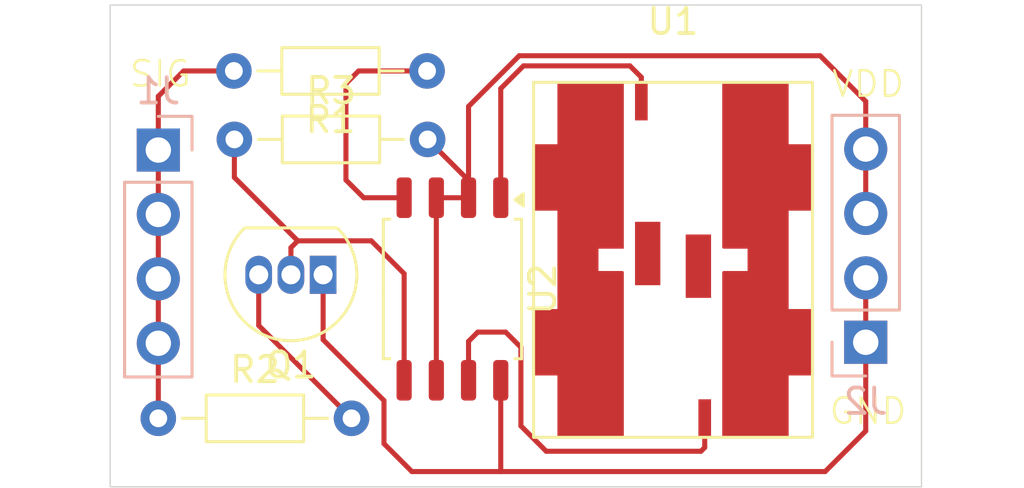
<source format=kicad_pcb>
(kicad_pcb (version 20240108) (generator "pcbnew") (generator_version "8.0")
  (layers (0 "F.Cu" signal) (31 "B.Cu" signal) (34 "B.Paste" user) (35 "F.Paste" user) (36 "B.SilkS" user "B.Silkscreen") (37 "F.SilkS" user "F.Silkscreen") (38 "B.Mask" user) (39 "F.Mask" user) (44 "Edge.Cuts" user))
  (net 0 "")
  (net 1 "Net-(J1-Pin_1)")
  (net 2 "GNDPWR")
  (net 3 "VDD")
  (net 4 "Net-(Q1-B)")
  (net 5 "Net-(Q1-C)")
  (net 6 "Net-(U2-FIN)")
  (net 7 "Net-(U1-INOUT3)")
  (net 10 "Net-(U1-INOUT4)")
  (footprint "Package_SO:SOP-8_5.28x5.23mm_P1.27mm" (layer "F.Cu") (at 142.8 110.6 -90)
    (property "Reference" "U2" (at 0 -3.56 90) (layer "F.SilkS"))
    (property "Value" "BD6211")
    (fp_line (start -2.75 2.725) (end -2.75 2.465) (stroke (width 0.12)) (layer "F.SilkS"))
    (fp_line (start 0 2.725) (end -2.75 2.725) (stroke (width 0.12)) (layer "F.SilkS"))
    (fp_line (start 0 2.725) (end 2.75 2.725) (stroke (width 0.12)) (layer "F.SilkS"))
    (fp_line (start 2.75 2.725) (end 2.75 2.465) (stroke (width 0.12)) (layer "F.SilkS"))
    (fp_line (start -2.75 -2.725) (end -2.75 -2.465) (stroke (width 0.12)) (layer "F.SilkS"))
    (fp_line (start 0 -2.725) (end -2.75 -2.725) (stroke (width 0.12)) (layer "F.SilkS"))
    (fp_line (start 0 -2.725) (end 2.75 -2.725) (stroke (width 0.12)) (layer "F.SilkS"))
    (fp_line (start 2.75 -2.725) (end 2.75 -2.465) (stroke (width 0.12)) (layer "F.SilkS"))
    (fp_poly (pts (xy -3.52 -2.465) (xy -3.76 -2.795) (xy -3.28 -2.795) (xy -3.52 -2.465)) (stroke (width 0.12)) (fill solid) (layer "F.SilkS"))
    (pad "1" smd roundrect (at -3.6 -1.905 270) (size 1.6 0.6) (layers "F.Cu" "F.Paste" "F.Mask") (net 7 "Net-(U1-INOUT3)"))
    (pad "2" smd roundrect (at -3.6 -0.635 270) (size 1.6 0.6) (layers "F.Cu" "F.Paste" "F.Mask") (net 3 "VDD"))
    (pad "3" smd roundrect (at -3.6 0.635 270) (size 1.6 0.6) (layers "F.Cu" "F.Paste" "F.Mask") (net 3 "VDD"))
    (pad "4" smd roundrect (at -3.6 1.905 270) (size 1.6 0.6) (layers "F.Cu" "F.Paste" "F.Mask") (net 6 "Net-(U2-FIN)"))
    (pad "5" smd roundrect (at 3.6 1.905 270) (size 1.6 0.6) (layers "F.Cu" "F.Paste" "F.Mask") (net 5 "Net-(Q1-C)"))
    (pad "6" smd roundrect (at 3.6 0.635 270) (size 1.6 0.6) (layers "F.Cu" "F.Paste" "F.Mask") (net 3 "VDD"))
    (pad "7" smd roundrect (at 3.6 -0.635 270) (size 1.6 0.6) (layers "F.Cu" "F.Paste" "F.Mask") (net 10 "Net-(U1-INOUT4)"))
    (pad "8" smd roundrect (at 3.6 -1.905 270) (size 1.6 0.6) (layers "F.Cu" "F.Paste" "F.Mask") (net 2 "GNDPWR"))
  )
  (footprint "Resistor_THT:R_Axial_DIN0204_L3.6mm_D1.6mm_P7.62mm_Horizontal" (layer "F.Cu") (at 131.2 115.7)
    (property "Reference" "R2" (at 3.81 -1.92 0) (layer "F.SilkS"))
    (property "Value" "20k")
    (fp_line (start 0.94 0) (end 1.89 0) (stroke (width 0.12)) (layer "F.SilkS"))
    (fp_line (start 1.89 -0.92) (end 1.89 0.92) (stroke (width 0.12)) (layer "F.SilkS"))
    (fp_line (start 1.89 0.92) (end 5.73 0.92) (stroke (width 0.12)) (layer "F.SilkS"))
    (fp_line (start 5.73 -0.92) (end 1.89 -0.92) (stroke (width 0.12)) (layer "F.SilkS"))
    (fp_line (start 5.73 0.92) (end 5.73 -0.92) (stroke (width 0.12)) (layer "F.SilkS"))
    (fp_line (start 6.68 0) (end 5.73 0) (stroke (width 0.12)) (layer "F.SilkS"))
    (pad "1" thru_hole circle (at 0 0) (size 1.4 1.4) (drill 0.7) (layers "*.Cu" "*.Mask") (net 1 "Net-(J1-Pin_1)"))
    (pad "2" thru_hole oval (at 7.62 0) (size 1.4 1.4) (drill 0.7) (layers "*.Cu" "*.Mask") (net 4 "Net-(Q1-B)"))
  )
  (footprint "LT_Vibration_Actuator:LD14-002" (layer "F.Cu") (at 151.5 109.45)
    (property "Reference" "U1" (at 0 -9.4 0) (layer "F.SilkS"))
    (property "Value" "LD14-002")
    (fp_poly (pts (xy -4.5 6.95) (xy -2 6.95) (xy -2 0.5) (xy -3 0.5) (xy -3 -0.5) (xy -2 -0.5) (xy -2 -6.95) (xy -4.5 -6.95) (xy -4.5 -4.5) (xy -5.45 -4.5) (xy -5.45 -2) (xy -4.5 -2) (xy -4.5 2) (xy -5.45 2) (xy -5.45 4.5) (xy -4.5 4.5)) (stroke (width 0.12)) (fill solid) (layer "F.Cu"))
    (fp_poly (pts (xy 4.5 -6.95) (xy 2 -6.95) (xy 2 -0.5) (xy 3 -0.5) (xy 3 0.5) (xy 2 0.5) (xy 2 6.95) (xy 4.5 6.95) (xy 4.5 4.5) (xy 5.45 4.5) (xy 5.45 2) (xy 4.5 2) (xy 4.5 -2) (xy 5.45 -2) (xy 5.45 -4.5) (xy 4.5 -4.5)) (stroke (width 0.12)) (fill solid) (layer "F.Cu"))
    (fp_rect (start -5.5 -7) (end 5.5 7) (stroke (width 0.12)) (fill none) (layer "F.SilkS"))
    (pad "1" smd rect (at -1 -0.25) (size 1 2.5) (layers "F.Cu" "F.Paste" "F.Mask"))
    (pad "2" smd rect (at 1 0.25) (size 1 2.5) (layers "F.Cu" "F.Paste" "F.Mask"))
    (pad "3" smd rect (at -1.25 -6.25) (size 0.5 1.5) (layers "F.Cu" "F.Paste" "F.Mask") (net 7 "Net-(U1-INOUT3)"))
    (pad "4" smd rect (at 1.25 6.25) (size 0.5 1.5) (layers "F.Cu" "F.Paste" "F.Mask") (net 10 "Net-(U1-INOUT4)"))
  )
  (footprint "Resistor_THT:R_Axial_DIN0204_L3.6mm_D1.6mm_P7.62mm_Horizontal" (layer "F.Cu") (at 141.8 102 180)
    (property "Reference" "R1" (at 3.81 -1.92 360) (layer "F.SilkS"))
    (property "Value" "20k")
    (fp_line (start 6.68 0) (end 5.73 0) (stroke (width 0.12)) (layer "F.SilkS"))
    (fp_line (start 5.73 0.92) (end 5.73 -0.92) (stroke (width 0.12)) (layer "F.SilkS"))
    (fp_line (start 5.73 -0.92) (end 1.89 -0.92) (stroke (width 0.12)) (layer "F.SilkS"))
    (fp_line (start 1.89 0.92) (end 5.73 0.92) (stroke (width 0.12)) (layer "F.SilkS"))
    (fp_line (start 1.89 -0.92) (end 1.89 0.92) (stroke (width 0.12)) (layer "F.SilkS"))
    (fp_line (start 0.94 0) (end 1.89 0) (stroke (width 0.12)) (layer "F.SilkS"))
    (pad "1" thru_hole circle (at 0 0 180) (size 1.4 1.4) (drill 0.7) (layers "*.Cu" "*.Mask") (net 6 "Net-(U2-FIN)"))
    (pad "2" thru_hole oval (at 7.62 0 180) (size 1.4 1.4) (drill 0.7) (layers "*.Cu" "*.Mask") (net 1 "Net-(J1-Pin_1)"))
  )
  (footprint "Package_TO_SOT_THT:TO-92_Inline" (layer "F.Cu") (at 137.7 110.04 180)
    (property "Reference" "Q1" (at 1.27 -3.56 360) (layer "F.SilkS"))
    (property "Value" "2SC1815")
    (fp_line (start -0.53 1.85) (end 3.07 1.85) (stroke (width 0.12)) (layer "F.SilkS"))
    (fp_arc (start 1.27 -2.6) (mid 3.672087 -0.994977) (end 3.108478 1.838478) (stroke (width 0.12)) (layer "F.SilkS"))
    (fp_arc (start -0.568478 1.838478) (mid -1.132087 -0.994977) (end 1.27 -2.6) (stroke (width 0.12)) (layer "F.SilkS"))
    (pad "1" thru_hole rect (at 0 0 180) (size 1.05 1.5) (drill 0.75) (layers "*.Cu" "*.Mask") (net 2 "GNDPWR"))
    (pad "2" thru_hole oval (at 1.27 0 180) (size 1.05 1.5) (drill 0.75) (layers "*.Cu" "*.Mask") (net 5 "Net-(Q1-C)"))
    (pad "3" thru_hole oval (at 2.54 0 180) (size 1.05 1.5) (drill 0.75) (layers "*.Cu" "*.Mask") (net 4 "Net-(Q1-B)"))
  )
  (footprint "Resistor_THT:R_Axial_DIN0204_L3.6mm_D1.6mm_P7.62mm_Horizontal" (layer "F.Cu") (at 134.2 104.7)
    (property "Reference" "R3" (at 3.81 -1.92 360) (layer "F.SilkS"))
    (property "Value" "20k")
    (fp_line (start 0.94 0) (end 1.89 0) (stroke (width 0.12)) (layer "F.SilkS"))
    (fp_line (start 1.89 -0.92) (end 1.89 0.92) (stroke (width 0.12)) (layer "F.SilkS"))
    (fp_line (start 1.89 0.92) (end 5.73 0.92) (stroke (width 0.12)) (layer "F.SilkS"))
    (fp_line (start 5.73 -0.92) (end 1.89 -0.92) (stroke (width 0.12)) (layer "F.SilkS"))
    (fp_line (start 5.73 0.92) (end 5.73 -0.92) (stroke (width 0.12)) (layer "F.SilkS"))
    (fp_line (start 6.68 0) (end 5.73 0) (stroke (width 0.12)) (layer "F.SilkS"))
    (pad "1" thru_hole circle (at 0 0) (size 1.4 1.4) (drill 0.7) (layers "*.Cu" "*.Mask") (net 5 "Net-(Q1-C)"))
    (pad "2" thru_hole oval (at 7.62 0) (size 1.4 1.4) (drill 0.7) (layers "*.Cu" "*.Mask") (net 3 "VDD"))
  )
  (footprint "Connector_PinHeader_2.54mm:PinHeader_1x04_P2.54mm_Vertical" (layer "B.Cu") (at 159.1 112.7)
    (property "Reference" "J2" (at 0 2.33 0) (layer "B.SilkS") (effects (justify mirror)))
    (property "Value" "Conn_01x04_Pin")
    (fp_line (start -1.33 -8.95) (end -1.33 -1.27) (stroke (width 0.12)) (layer "B.SilkS"))
    (fp_line (start -1.33 1.33) (end -1.33 0) (stroke (width 0.12)) (layer "B.SilkS"))
    (fp_line (start 0 1.33) (end -1.33 1.33) (stroke (width 0.12)) (layer "B.SilkS"))
    (fp_line (start 1.33 -8.95) (end -1.33 -8.95) (stroke (width 0.12)) (layer "B.SilkS"))
    (fp_line (start 1.33 -8.95) (end 1.33 -1.27) (stroke (width 0.12)) (layer "B.SilkS"))
    (fp_line (start 1.33 -1.27) (end -1.33 -1.27) (stroke (width 0.12)) (layer "B.SilkS"))
    (pad "1" thru_hole rect (at 0 0) (size 1.7 1.7) (drill 1) (layers "*.Cu" "*.Mask") (net 2 "GNDPWR"))
    (pad "2" thru_hole oval (at 0 -2.54) (size 1.7 1.7) (drill 1) (layers "*.Cu" "*.Mask") (net 2 "GNDPWR"))
    (pad "3" thru_hole oval (at 0 -5.08) (size 1.7 1.7) (drill 1) (layers "*.Cu" "*.Mask") (net 3 "VDD"))
    (pad "4" thru_hole oval (at 0 -7.62) (size 1.7 1.7) (drill 1) (layers "*.Cu" "*.Mask") (net 3 "VDD"))
  )
  (footprint "Connector_PinHeader_2.54mm:PinHeader_1x04_P2.54mm_Vertical" (layer "B.Cu") (at 131.2 105.12 180)
    (property "Reference" "J1" (at 0 2.33 0) (layer "B.SilkS") (effects (justify mirror)))
    (property "Value" "Conn_01x04_Pin")
    (fp_line (start 1.33 -1.27) (end -1.33 -1.27) (stroke (width 0.12)) (layer "B.SilkS"))
    (fp_line (start 1.33 -8.95) (end 1.33 -1.27) (stroke (width 0.12)) (layer "B.SilkS"))
    (fp_line (start 1.33 -8.95) (end -1.33 -8.95) (stroke (width 0.12)) (layer "B.SilkS"))
    (fp_line (start 0 1.33) (end -1.33 1.33) (stroke (width 0.12)) (layer "B.SilkS"))
    (fp_line (start -1.33 1.33) (end -1.33 0) (stroke (width 0.12)) (layer "B.SilkS"))
    (fp_line (start -1.33 -8.95) (end -1.33 -1.27) (stroke (width 0.12)) (layer "B.SilkS"))
    (pad "1" thru_hole rect (at 0 0 180) (size 1.7 1.7) (drill 1) (layers "*.Cu" "*.Mask") (net 1 "Net-(J1-Pin_1)"))
    (pad "2" thru_hole oval (at 0 -2.54 180) (size 1.7 1.7) (drill 1) (layers "*.Cu" "*.Mask") (net 1 "Net-(J1-Pin_1)"))
    (pad "3" thru_hole oval (at 0 -5.08 180) (size 1.7 1.7) (drill 1) (layers "*.Cu" "*.Mask") (net 1 "Net-(J1-Pin_1)"))
    (pad "4" thru_hole oval (at 0 -7.62 180) (size 1.7 1.7) (drill 1) (layers "*.Cu" "*.Mask") (net 1 "Net-(J1-Pin_1)"))
  )
  (gr_line (start 161.3 99.4) (end 161.3 118.4) (stroke (width 0.05)) (layer "Edge.Cuts"))
  (gr_line (start 129.3 99.4) (end 161.3 99.4) (stroke (width 0.05)) (layer "Edge.Cuts"))
  (gr_line (start 129.3 118.4) (end 129.3 99.4) (stroke (width 0.05)) (layer "Edge.Cuts"))
  (gr_line (start 161.3 118.4) (end 129.3 118.4) (stroke (width 0.05)) (layer "Edge.Cuts"))
  (gr_text "SIG" (at 130 102.7 0) (layer "F.SilkS") (effects (font (size 1 1) (thickness 0.1)) (justify left bottom)))
  (gr_text "VDD" (at 157.7 103.1 0) (layer "F.SilkS") (effects (font (size 1 1) (thickness 0.1)) (justify left bottom)))
  (gr_text "GND\n" (at 157.6 116 0) (layer "F.SilkS") (effects (font (size 1 1) (thickness 0.1)) (justify left bottom)))
  (segment (start 131.2 112.74) (end 131.2 115.7) (width 0.2) (layer "F.Cu") (net 1))
  (segment (start 131.2 105.12) (end 131.2 107.66) (width 0.2) (layer "F.Cu") (net 1))
  (segment (start 132.2 102) (end 131.2 103) (width 0.2) (layer "F.Cu") (net 1))
  (segment (start 131.2 110.2) (end 131.2 112.74) (width 0.2) (layer "F.Cu") (net 1))
  (segment (start 134.18 102) (end 132.2 102) (width 0.2) (layer "F.Cu") (net 1))
  (segment (start 131.2 107.66) (end 131.2 110.2) (width 0.2) (layer "F.Cu") (net 1))
  (segment (start 131.2 103) (end 131.2 105.12) (width 0.2) (layer "F.Cu") (net 1))
  (segment (start 159.1 112.7) (end 159.1 116.2) (width 0.2) (layer "F.Cu") (net 2))
  (segment (start 144.705 114.2) (end 144.705 117.795) (width 0.2) (layer "F.Cu") (net 2))
  (segment (start 159.1 110.16) (end 159.1 112.7) (width 0.2) (layer "F.Cu") (net 2))
  (segment (start 137.7 112.6) (end 137.7 110.04) (width 0.2) (layer "F.Cu") (net 2))
  (segment (start 159.1 116.2) (end 157.5 117.8) (width 0.2) (layer "F.Cu") (net 2))
  (segment (start 140.1 116.7) (end 140.1 115) (width 0.2) (layer "F.Cu") (net 2))
  (segment (start 144.7 117.8) (end 141.2 117.8) (width 0.2) (layer "F.Cu") (net 2))
  (segment (start 157.5 117.8) (end 144.7 117.8) (width 0.2) (layer "F.Cu") (net 2))
  (segment (start 144.705 117.795) (end 144.7 117.8) (width 0.2) (layer "F.Cu") (net 2))
  (segment (start 141.2 117.8) (end 140.1 116.7) (width 0.2) (layer "F.Cu") (net 2))
  (segment (start 140.1 115) (end 137.7 112.6) (width 0.2) (layer "F.Cu") (net 2))
  (segment (start 157.3 101.4) (end 145.434314 101.4) (width 0.2) (layer "F.Cu") (net 3))
  (segment (start 143.435 106.315) (end 143.435 107) (width 0.2) (layer "F.Cu") (net 3))
  (segment (start 145.434314 101.4) (end 143.435 103.399314) (width 0.2) (layer "F.Cu") (net 3))
  (segment (start 143.435 103.399314) (end 143.435 107) (width 0.2) (layer "F.Cu") (net 3))
  (segment (start 142.165 107) (end 142.165 114.2) (width 0.2) (layer "F.Cu") (net 3))
  (segment (start 159.1 103.2) (end 157.3 101.4) (width 0.2) (layer "F.Cu") (net 3))
  (segment (start 141.82 104.7) (end 143.435 106.315) (width 0.2) (layer "F.Cu") (net 3))
  (segment (start 142.165 107) (end 143.435 107) (width 0.2) (layer "F.Cu") (net 3))
  (segment (start 159.1 105.08) (end 159.1 107.62) (width 0.2) (layer "F.Cu") (net 3))
  (segment (start 159.1 105.08) (end 159.1 103.2) (width 0.2) (layer "F.Cu") (net 3))
  (segment (start 138.82 115.7) (end 135.16 112.04) (width 0.2) (layer "F.Cu") (net 4))
  (segment (start 135.16 112.04) (end 135.16 110.04) (width 0.2) (layer "F.Cu") (net 4))
  (segment (start 139.6 108.7) (end 140.895 109.995) (width 0.2) (layer "F.Cu") (net 5))
  (segment (start 140.895 109.995) (end 140.895 114.2) (width 0.2) (layer "F.Cu") (net 5))
  (segment (start 136.43 108.97) (end 136.7 108.7) (width 0.2) (layer "F.Cu") (net 5))
  (segment (start 136.43 110.04) (end 136.43 108.97) (width 0.2) (layer "F.Cu") (net 5))
  (segment (start 136.7 108.7) (end 139.6 108.7) (width 0.2) (layer "F.Cu") (net 5))
  (segment (start 134.2 104.7) (end 134.2 106.2) (width 0.2) (layer "F.Cu") (net 5))
  (segment (start 134.2 106.2) (end 136.7 108.7) (width 0.2) (layer "F.Cu") (net 5))
  (segment (start 139.1 102) (end 138.6 102.5) (width 0.2) (layer "F.Cu") (net 6))
  (segment (start 139.3 107) (end 140.895 107) (width 0.2) (layer "F.Cu") (net 6))
  (segment (start 138.6 102.5) (end 138.6 106.3) (width 0.2) (layer "F.Cu") (net 6))
  (segment (start 141.8 102) (end 139.1 102) (width 0.2) (layer "F.Cu") (net 6))
  (segment (start 138.6 106.3) (end 139.3 107) (width 0.2) (layer "F.Cu") (net 6))
  (segment (start 150.25 102.25) (end 149.8 101.8) (width 0.2) (layer "F.Cu") (net 7))
  (segment (start 149.8 101.8) (end 145.6 101.8) (width 0.2) (layer "F.Cu") (net 7))
  (segment (start 150.25 103.2) (end 150.25 102.25) (width 0.2) (layer "F.Cu") (net 7))
  (segment (start 145.6 101.8) (end 144.705 102.695) (width 0.2) (layer "F.Cu") (net 7))
  (segment (start 144.705 102.695) (end 144.705 107) (width 0.2) (layer "F.Cu") (net 7))
  (segment (start 145.5 116) (end 145.5 112.9) (width 0.2) (layer "F.Cu") (net 10))
  (segment (start 143.8 112.3) (end 143.435 112.665) (width 0.2) (layer "F.Cu") (net 10))
  (segment (start 146.5 117) (end 145.5 116) (width 0.2) (layer "F.Cu") (net 10))
  (segment (start 145.5 112.9) (end 144.9 112.3) (width 0.2) (layer "F.Cu") (net 10))
  (segment (start 144.9 112.3) (end 143.8 112.3) (width 0.2) (layer "F.Cu") (net 10))
  (segment (start 152.6 117) (end 146.5 117) (width 0.2) (layer "F.Cu") (net 10))
  (segment (start 152.75 116.85) (end 152.6 117) (width 0.2) (layer "F.Cu") (net 10))
  (segment (start 143.435 112.665) (end 143.435 114.2) (width 0.2) (layer "F.Cu") (net 10))
  (segment (start 152.75 115.7) (end 152.75 116.85) (width 0.2) (layer "F.Cu") (net 10))
)
</source>
